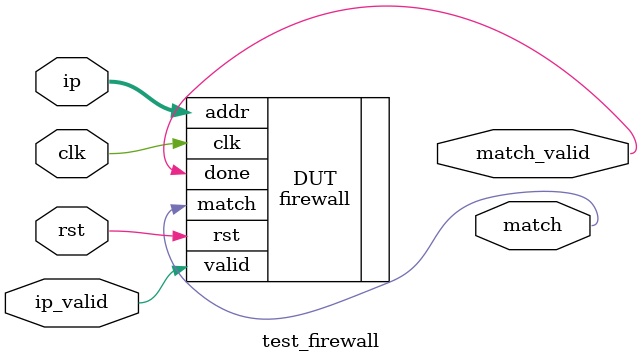
<source format=v>

/*

Copyright (c) 2019-2021 Moein Khazraee

Permission is hereby granted, free of charge, to any person obtaining a copy
of this software and associated documentation files (the "Software"), to deal
in the Software without restriction, including without limitation the rights
to use, copy, modify, merge, publish, distribute, sublicense, and/or sell
copies of the Software, and to permit persons to whom the Software is
furnished to do so, subject to the following conditions:

The above copyright notice and this permission notice shall be included in
all copies or substantial portions of the Software.

THE SOFTWARE IS PROVIDED "AS IS", WITHOUT WARRANTY OF ANY KIND, EXPRESS OR
IMPLIED, INCLUDING BUT NOT LIMITED TO THE WARRANTIES OF MERCHANTABILITY
FITNESS FOR A PARTICULAR PURPOSE AND NONINFRINGEMENT. IN NO EVENT SHALL THE
AUTHORS OR COPYRIGHT HOLDERS BE LIABLE FOR ANY CLAIM, DAMAGES OR OTHER
LIABILITY, WHETHER IN AN ACTION OF CONTRACT, TORT OR OTHERWISE, ARISING FROM,
OUT OF OR IN CONNECTION WITH THE SOFTWARE OR THE USE OR OTHER DEALINGS IN
THE SOFTWARE.

*/

// Language: Verilog 2001

`resetall
`timescale 1ns / 1ps
`default_nettype none

module test_firewall (
  input  wire             clk,
  input  wire             rst,

  input  [31:0]           ip,
  input                   ip_valid,

  output                  match,
  output                  match_valid
);

  firewall DUT (
    .clk(clk), 
    .rst(rst), 
    .addr(ip), 
    .valid(ip_valid), 
    .match(match), 
    .done(match_valid)
  );
  
  // Generating Waveform
  initial begin
    $dumpfile ("sim_build/test_firewall.fst");
    $dumpvars (0,test_firewall);
    #1;
  end

endmodule

`resetall

</source>
